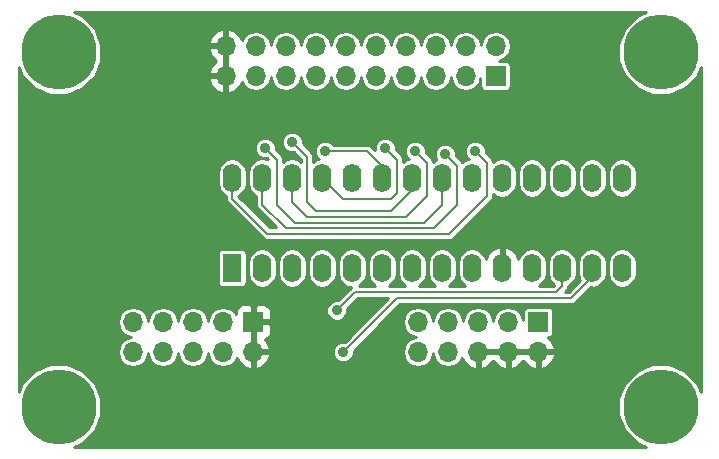
<source format=gbr>
G04 #@! TF.FileFunction,Copper,L2,Bot,Signal*
%FSLAX46Y46*%
G04 Gerber Fmt 4.6, Leading zero omitted, Abs format (unit mm)*
G04 Created by KiCad (PCBNEW 4.0.5) date 05/28/17 11:37:27*
%MOMM*%
%LPD*%
G01*
G04 APERTURE LIST*
%ADD10C,0.150000*%
%ADD11C,6.350000*%
%ADD12R,1.700000X1.700000*%
%ADD13O,1.700000X1.700000*%
%ADD14R,1.600000X2.400000*%
%ADD15O,1.600000X2.400000*%
%ADD16C,0.889000*%
%ADD17C,0.203200*%
%ADD18C,0.254000*%
G04 APERTURE END LIST*
D10*
D11*
X55000000Y-34000000D03*
D12*
X41000000Y-6000000D03*
D13*
X41000000Y-3460000D03*
X38460000Y-6000000D03*
X38460000Y-3460000D03*
X35920000Y-6000000D03*
X35920000Y-3460000D03*
X33380000Y-6000000D03*
X33380000Y-3460000D03*
X30840000Y-6000000D03*
X30840000Y-3460000D03*
X28300000Y-6000000D03*
X28300000Y-3460000D03*
X25760000Y-6000000D03*
X25760000Y-3460000D03*
X23220000Y-6000000D03*
X23220000Y-3460000D03*
X20680000Y-6000000D03*
X20680000Y-3460000D03*
X18140000Y-6000000D03*
X18140000Y-3460000D03*
D11*
X55000000Y-4000000D03*
X4000000Y-4000000D03*
X4000000Y-34000000D03*
D12*
X44610000Y-26830000D03*
D13*
X44610000Y-29370000D03*
X42070000Y-26830000D03*
X42070000Y-29370000D03*
X39530000Y-26830000D03*
X39530000Y-29370000D03*
X36990000Y-26830000D03*
X36990000Y-29370000D03*
X34450000Y-26830000D03*
X34450000Y-29370000D03*
D14*
X18702000Y-22258000D03*
D15*
X51722000Y-14638000D03*
X21242000Y-22258000D03*
X49182000Y-14638000D03*
X23782000Y-22258000D03*
X46642000Y-14638000D03*
X26322000Y-22258000D03*
X44102000Y-14638000D03*
X28862000Y-22258000D03*
X41562000Y-14638000D03*
X31402000Y-22258000D03*
X39022000Y-14638000D03*
X33942000Y-22258000D03*
X36482000Y-14638000D03*
X36482000Y-22258000D03*
X33942000Y-14638000D03*
X39022000Y-22258000D03*
X31402000Y-14638000D03*
X41562000Y-22258000D03*
X28862000Y-14638000D03*
X44102000Y-22258000D03*
X26322000Y-14638000D03*
X46642000Y-22258000D03*
X23782000Y-14638000D03*
X49182000Y-22258000D03*
X21242000Y-14638000D03*
X51722000Y-22258000D03*
X18702000Y-14638000D03*
D12*
X20480000Y-26830000D03*
D13*
X20480000Y-29370000D03*
X17940000Y-26830000D03*
X17940000Y-29370000D03*
X15400000Y-26830000D03*
X15400000Y-29370000D03*
X12860000Y-26830000D03*
X12860000Y-29370000D03*
X10320000Y-26830000D03*
X10320000Y-29370000D03*
D16*
X26576000Y-12352000D03*
X23782000Y-11590000D03*
X21496000Y-12098000D03*
X28100000Y-29370000D03*
X27550000Y-25856000D03*
X39276000Y-12352000D03*
X36736000Y-12606000D03*
X34196000Y-12352000D03*
X31656000Y-12098000D03*
D17*
X28300000Y-6000000D02*
X28300000Y-6710000D01*
X28862000Y-14638000D02*
X28862000Y-14130000D01*
X30132000Y-12352000D02*
X26576000Y-12352000D01*
X31402000Y-13622000D02*
X30132000Y-12352000D01*
X31402000Y-14638000D02*
X31402000Y-13622000D01*
X25052000Y-12860000D02*
X23782000Y-11590000D01*
X25052000Y-16670000D02*
X25052000Y-12860000D01*
X25814000Y-17432000D02*
X25052000Y-16670000D01*
X32164000Y-17432000D02*
X25814000Y-17432000D01*
X33942000Y-15654000D02*
X32164000Y-17432000D01*
X33942000Y-14638000D02*
X33942000Y-15654000D01*
X22512000Y-13114000D02*
X22512000Y-16924000D01*
X34958000Y-18448000D02*
X36482000Y-16924000D01*
X24036000Y-18448000D02*
X34958000Y-18448000D01*
X22512000Y-16924000D02*
X24036000Y-18448000D01*
X36482000Y-16924000D02*
X36482000Y-14638000D01*
X22512000Y-13114000D02*
X21496000Y-12098000D01*
X36482000Y-14638000D02*
X36482000Y-16924000D01*
X49182000Y-22258000D02*
X49182000Y-23020000D01*
X49182000Y-23020000D02*
X47404000Y-24798000D01*
X32672000Y-24798000D02*
X28100000Y-29370000D01*
X47404000Y-24798000D02*
X32672000Y-24798000D01*
X29878000Y-24290000D02*
X46134000Y-24290000D01*
X29116000Y-24290000D02*
X29878000Y-24290000D01*
X46134000Y-24290000D02*
X46642000Y-23782000D01*
X29116000Y-24290000D02*
X29878000Y-24290000D01*
X27550000Y-25856000D02*
X29116000Y-24290000D01*
X46642000Y-23782000D02*
X46642000Y-22258000D01*
X18702000Y-14638000D02*
X18702000Y-16416000D01*
X37091596Y-19362404D02*
X40292000Y-16162000D01*
X21648404Y-19362404D02*
X37091596Y-19362404D01*
X18702000Y-16416000D02*
X21648404Y-19362404D01*
X40292000Y-16162000D02*
X40292000Y-13368000D01*
X40292000Y-13368000D02*
X39276000Y-12352000D01*
X40292000Y-13368000D02*
X39276000Y-12352000D01*
X21242000Y-14638000D02*
X21242000Y-16924000D01*
X35770798Y-18905202D02*
X37752000Y-16924000D01*
X23223202Y-18905202D02*
X35770798Y-18905202D01*
X21242000Y-16924000D02*
X23223202Y-18905202D01*
X37752000Y-16924000D02*
X37752000Y-13622000D01*
X36736000Y-12606000D02*
X37752000Y-13622000D01*
X35212000Y-14892000D02*
X35212000Y-13876000D01*
X34196000Y-12352000D02*
X35212000Y-13368000D01*
X35212000Y-13368000D02*
X35212000Y-13876000D01*
X35212000Y-16162000D02*
X33434000Y-17940000D01*
X33434000Y-17940000D02*
X25052000Y-17940000D01*
X25052000Y-17940000D02*
X23782000Y-16670000D01*
X23782000Y-16670000D02*
X23782000Y-14638000D01*
X35212000Y-14892000D02*
X35212000Y-16162000D01*
X32672000Y-14892000D02*
X32672000Y-14130000D01*
X31656000Y-12098000D02*
X32672000Y-13114000D01*
X32672000Y-13114000D02*
X32672000Y-14130000D01*
X32672000Y-15908000D02*
X32164000Y-16416000D01*
X32164000Y-16416000D02*
X28100000Y-16416000D01*
X28100000Y-16416000D02*
X26322000Y-14638000D01*
X32672000Y-14892000D02*
X32672000Y-15908000D01*
D18*
G36*
X52959581Y-940521D02*
X51944087Y-1954245D01*
X51393828Y-3279416D01*
X51392576Y-4714289D01*
X51940521Y-6040419D01*
X52954245Y-7055913D01*
X54279416Y-7606172D01*
X55714289Y-7607424D01*
X57040419Y-7059479D01*
X58055913Y-6045755D01*
X58377700Y-5270806D01*
X58377700Y-32729736D01*
X58059479Y-31959581D01*
X57045755Y-30944087D01*
X55720584Y-30393828D01*
X54285711Y-30392576D01*
X52959581Y-30940521D01*
X51944087Y-31954245D01*
X51393828Y-33279416D01*
X51392576Y-34714289D01*
X51940521Y-36040419D01*
X52954245Y-37055913D01*
X53729194Y-37377700D01*
X5270264Y-37377700D01*
X6040419Y-37059479D01*
X7055913Y-36045755D01*
X7606172Y-34720584D01*
X7607424Y-33285711D01*
X7059479Y-31959581D01*
X6045755Y-30944087D01*
X4720584Y-30393828D01*
X3285711Y-30392576D01*
X1959581Y-30940521D01*
X944087Y-31954245D01*
X622300Y-32729194D01*
X622300Y-26804888D01*
X9038200Y-26804888D01*
X9038200Y-26855112D01*
X9135771Y-27345636D01*
X9413631Y-27761481D01*
X9829476Y-28039341D01*
X10134430Y-28100000D01*
X9829476Y-28160659D01*
X9413631Y-28438519D01*
X9135771Y-28854364D01*
X9038200Y-29344888D01*
X9038200Y-29395112D01*
X9135771Y-29885636D01*
X9413631Y-30301481D01*
X9829476Y-30579341D01*
X10320000Y-30676912D01*
X10810524Y-30579341D01*
X11226369Y-30301481D01*
X11504229Y-29885636D01*
X11590000Y-29454435D01*
X11675771Y-29885636D01*
X11953631Y-30301481D01*
X12369476Y-30579341D01*
X12860000Y-30676912D01*
X13350524Y-30579341D01*
X13766369Y-30301481D01*
X14044229Y-29885636D01*
X14130000Y-29454435D01*
X14215771Y-29885636D01*
X14493631Y-30301481D01*
X14909476Y-30579341D01*
X15400000Y-30676912D01*
X15890524Y-30579341D01*
X16306369Y-30301481D01*
X16584229Y-29885636D01*
X16670000Y-29454435D01*
X16755771Y-29885636D01*
X17033631Y-30301481D01*
X17449476Y-30579341D01*
X17940000Y-30676912D01*
X18430524Y-30579341D01*
X18846369Y-30301481D01*
X19117673Y-29895448D01*
X19284817Y-30251358D01*
X19713076Y-30641645D01*
X20123110Y-30811476D01*
X20353000Y-30690155D01*
X20353000Y-29497000D01*
X20607000Y-29497000D01*
X20607000Y-30690155D01*
X20836890Y-30811476D01*
X21246924Y-30641645D01*
X21675183Y-30251358D01*
X21921486Y-29726892D01*
X21800819Y-29497000D01*
X20607000Y-29497000D01*
X20353000Y-29497000D01*
X20333000Y-29497000D01*
X20333000Y-29243000D01*
X20353000Y-29243000D01*
X20353000Y-26957000D01*
X20607000Y-26957000D01*
X20607000Y-29243000D01*
X21800819Y-29243000D01*
X21921486Y-29013108D01*
X21675183Y-28488642D01*
X21475792Y-28306930D01*
X21689699Y-28218327D01*
X21868327Y-28039698D01*
X21965000Y-27806309D01*
X21965000Y-27115750D01*
X21806250Y-26957000D01*
X20607000Y-26957000D01*
X20353000Y-26957000D01*
X20333000Y-26957000D01*
X20333000Y-26703000D01*
X20353000Y-26703000D01*
X20353000Y-25503750D01*
X20607000Y-25503750D01*
X20607000Y-26703000D01*
X21806250Y-26703000D01*
X21965000Y-26544250D01*
X21965000Y-26029542D01*
X26673548Y-26029542D01*
X26806676Y-26351736D01*
X27052968Y-26598458D01*
X27374928Y-26732148D01*
X27723542Y-26732452D01*
X28045736Y-26599324D01*
X28292458Y-26353032D01*
X28426148Y-26031072D01*
X28426407Y-25733935D01*
X29336941Y-24823400D01*
X31892259Y-24823400D01*
X28221853Y-28493806D01*
X27926458Y-28493548D01*
X27604264Y-28626676D01*
X27357542Y-28872968D01*
X27223852Y-29194928D01*
X27223548Y-29543542D01*
X27356676Y-29865736D01*
X27602968Y-30112458D01*
X27924928Y-30246148D01*
X28273542Y-30246452D01*
X28595736Y-30113324D01*
X28842458Y-29867032D01*
X28976148Y-29545072D01*
X28976407Y-29247935D01*
X31419453Y-26804888D01*
X33168200Y-26804888D01*
X33168200Y-26855112D01*
X33265771Y-27345636D01*
X33543631Y-27761481D01*
X33959476Y-28039341D01*
X34264430Y-28100000D01*
X33959476Y-28160659D01*
X33543631Y-28438519D01*
X33265771Y-28854364D01*
X33168200Y-29344888D01*
X33168200Y-29395112D01*
X33265771Y-29885636D01*
X33543631Y-30301481D01*
X33959476Y-30579341D01*
X34450000Y-30676912D01*
X34940524Y-30579341D01*
X35356369Y-30301481D01*
X35634229Y-29885636D01*
X35720000Y-29454435D01*
X35805771Y-29885636D01*
X36083631Y-30301481D01*
X36499476Y-30579341D01*
X36990000Y-30676912D01*
X37480524Y-30579341D01*
X37896369Y-30301481D01*
X38167673Y-29895448D01*
X38334817Y-30251358D01*
X38763076Y-30641645D01*
X39173110Y-30811476D01*
X39403000Y-30690155D01*
X39403000Y-29497000D01*
X39657000Y-29497000D01*
X39657000Y-30690155D01*
X39886890Y-30811476D01*
X40296924Y-30641645D01*
X40725183Y-30251358D01*
X40800000Y-30092046D01*
X40874817Y-30251358D01*
X41303076Y-30641645D01*
X41713110Y-30811476D01*
X41943000Y-30690155D01*
X41943000Y-29497000D01*
X42197000Y-29497000D01*
X42197000Y-30690155D01*
X42426890Y-30811476D01*
X42836924Y-30641645D01*
X43265183Y-30251358D01*
X43340000Y-30092046D01*
X43414817Y-30251358D01*
X43843076Y-30641645D01*
X44253110Y-30811476D01*
X44483000Y-30690155D01*
X44483000Y-29497000D01*
X44737000Y-29497000D01*
X44737000Y-30690155D01*
X44966890Y-30811476D01*
X45376924Y-30641645D01*
X45805183Y-30251358D01*
X46051486Y-29726892D01*
X45930819Y-29497000D01*
X44737000Y-29497000D01*
X44483000Y-29497000D01*
X42197000Y-29497000D01*
X41943000Y-29497000D01*
X39657000Y-29497000D01*
X39403000Y-29497000D01*
X39383000Y-29497000D01*
X39383000Y-29243000D01*
X39403000Y-29243000D01*
X39403000Y-29223000D01*
X39657000Y-29223000D01*
X39657000Y-29243000D01*
X41943000Y-29243000D01*
X41943000Y-29223000D01*
X42197000Y-29223000D01*
X42197000Y-29243000D01*
X44483000Y-29243000D01*
X44483000Y-29223000D01*
X44737000Y-29223000D01*
X44737000Y-29243000D01*
X45930819Y-29243000D01*
X46051486Y-29013108D01*
X45805183Y-28488642D01*
X45400959Y-28120259D01*
X45460000Y-28120259D01*
X45620015Y-28090150D01*
X45766980Y-27995581D01*
X45865573Y-27851285D01*
X45900259Y-27680000D01*
X45900259Y-25980000D01*
X45870150Y-25819985D01*
X45775581Y-25673020D01*
X45631285Y-25574427D01*
X45460000Y-25539741D01*
X43760000Y-25539741D01*
X43599985Y-25569850D01*
X43453020Y-25664419D01*
X43354427Y-25808715D01*
X43319741Y-25980000D01*
X43319741Y-26643716D01*
X43254229Y-26314364D01*
X42976369Y-25898519D01*
X42560524Y-25620659D01*
X42070000Y-25523088D01*
X41579476Y-25620659D01*
X41163631Y-25898519D01*
X40885771Y-26314364D01*
X40800000Y-26745565D01*
X40714229Y-26314364D01*
X40436369Y-25898519D01*
X40020524Y-25620659D01*
X39530000Y-25523088D01*
X39039476Y-25620659D01*
X38623631Y-25898519D01*
X38345771Y-26314364D01*
X38260000Y-26745565D01*
X38174229Y-26314364D01*
X37896369Y-25898519D01*
X37480524Y-25620659D01*
X36990000Y-25523088D01*
X36499476Y-25620659D01*
X36083631Y-25898519D01*
X35805771Y-26314364D01*
X35720000Y-26745565D01*
X35634229Y-26314364D01*
X35356369Y-25898519D01*
X34940524Y-25620659D01*
X34450000Y-25523088D01*
X33959476Y-25620659D01*
X33543631Y-25898519D01*
X33265771Y-26314364D01*
X33168200Y-26804888D01*
X31419453Y-26804888D01*
X32892941Y-25331400D01*
X47404000Y-25331400D01*
X47608123Y-25290797D01*
X47781171Y-25175171D01*
X49059033Y-23897309D01*
X49182000Y-23921769D01*
X49653389Y-23828004D01*
X50053014Y-23560983D01*
X50320035Y-23161358D01*
X50413800Y-22689969D01*
X50413800Y-21826031D01*
X50490200Y-21826031D01*
X50490200Y-22689969D01*
X50583965Y-23161358D01*
X50850986Y-23560983D01*
X51250611Y-23828004D01*
X51722000Y-23921769D01*
X52193389Y-23828004D01*
X52593014Y-23560983D01*
X52860035Y-23161358D01*
X52953800Y-22689969D01*
X52953800Y-21826031D01*
X52860035Y-21354642D01*
X52593014Y-20955017D01*
X52193389Y-20687996D01*
X51722000Y-20594231D01*
X51250611Y-20687996D01*
X50850986Y-20955017D01*
X50583965Y-21354642D01*
X50490200Y-21826031D01*
X50413800Y-21826031D01*
X50320035Y-21354642D01*
X50053014Y-20955017D01*
X49653389Y-20687996D01*
X49182000Y-20594231D01*
X48710611Y-20687996D01*
X48310986Y-20955017D01*
X48043965Y-21354642D01*
X47950200Y-21826031D01*
X47950200Y-22689969D01*
X48043965Y-23161358D01*
X48141031Y-23306627D01*
X47183058Y-24264600D01*
X46913741Y-24264600D01*
X47019168Y-24159173D01*
X47019171Y-24159171D01*
X47103898Y-24032367D01*
X47134797Y-23986124D01*
X47174352Y-23787270D01*
X47513014Y-23560983D01*
X47780035Y-23161358D01*
X47873800Y-22689969D01*
X47873800Y-21826031D01*
X47780035Y-21354642D01*
X47513014Y-20955017D01*
X47113389Y-20687996D01*
X46642000Y-20594231D01*
X46170611Y-20687996D01*
X45770986Y-20955017D01*
X45503965Y-21354642D01*
X45410200Y-21826031D01*
X45410200Y-22689969D01*
X45503965Y-23161358D01*
X45770986Y-23560983D01*
X45973416Y-23696242D01*
X45913058Y-23756600D01*
X44680253Y-23756600D01*
X44973014Y-23560983D01*
X45240035Y-23161358D01*
X45333800Y-22689969D01*
X45333800Y-21826031D01*
X45240035Y-21354642D01*
X44973014Y-20955017D01*
X44573389Y-20687996D01*
X44102000Y-20594231D01*
X43630611Y-20687996D01*
X43230986Y-20955017D01*
X42963965Y-21354642D01*
X42932771Y-21511464D01*
X42839166Y-21191517D01*
X42486896Y-20753500D01*
X41993819Y-20483633D01*
X41911039Y-20466096D01*
X41689000Y-20588085D01*
X41689000Y-22131000D01*
X41709000Y-22131000D01*
X41709000Y-22385000D01*
X41689000Y-22385000D01*
X41689000Y-22405000D01*
X41435000Y-22405000D01*
X41435000Y-22385000D01*
X41415000Y-22385000D01*
X41415000Y-22131000D01*
X41435000Y-22131000D01*
X41435000Y-20588085D01*
X41212961Y-20466096D01*
X41130181Y-20483633D01*
X40637104Y-20753500D01*
X40284834Y-21191517D01*
X40191229Y-21511464D01*
X40160035Y-21354642D01*
X39893014Y-20955017D01*
X39493389Y-20687996D01*
X39022000Y-20594231D01*
X38550611Y-20687996D01*
X38150986Y-20955017D01*
X37883965Y-21354642D01*
X37790200Y-21826031D01*
X37790200Y-22689969D01*
X37883965Y-23161358D01*
X38150986Y-23560983D01*
X38443747Y-23756600D01*
X37060253Y-23756600D01*
X37353014Y-23560983D01*
X37620035Y-23161358D01*
X37713800Y-22689969D01*
X37713800Y-21826031D01*
X37620035Y-21354642D01*
X37353014Y-20955017D01*
X36953389Y-20687996D01*
X36482000Y-20594231D01*
X36010611Y-20687996D01*
X35610986Y-20955017D01*
X35343965Y-21354642D01*
X35250200Y-21826031D01*
X35250200Y-22689969D01*
X35343965Y-23161358D01*
X35610986Y-23560983D01*
X35903747Y-23756600D01*
X34520253Y-23756600D01*
X34813014Y-23560983D01*
X35080035Y-23161358D01*
X35173800Y-22689969D01*
X35173800Y-21826031D01*
X35080035Y-21354642D01*
X34813014Y-20955017D01*
X34413389Y-20687996D01*
X33942000Y-20594231D01*
X33470611Y-20687996D01*
X33070986Y-20955017D01*
X32803965Y-21354642D01*
X32710200Y-21826031D01*
X32710200Y-22689969D01*
X32803965Y-23161358D01*
X33070986Y-23560983D01*
X33363747Y-23756600D01*
X31980253Y-23756600D01*
X32273014Y-23560983D01*
X32540035Y-23161358D01*
X32633800Y-22689969D01*
X32633800Y-21826031D01*
X32540035Y-21354642D01*
X32273014Y-20955017D01*
X31873389Y-20687996D01*
X31402000Y-20594231D01*
X30930611Y-20687996D01*
X30530986Y-20955017D01*
X30263965Y-21354642D01*
X30170200Y-21826031D01*
X30170200Y-22689969D01*
X30263965Y-23161358D01*
X30530986Y-23560983D01*
X30823747Y-23756600D01*
X29440253Y-23756600D01*
X29733014Y-23560983D01*
X30000035Y-23161358D01*
X30093800Y-22689969D01*
X30093800Y-21826031D01*
X30000035Y-21354642D01*
X29733014Y-20955017D01*
X29333389Y-20687996D01*
X28862000Y-20594231D01*
X28390611Y-20687996D01*
X27990986Y-20955017D01*
X27723965Y-21354642D01*
X27630200Y-21826031D01*
X27630200Y-22689969D01*
X27723965Y-23161358D01*
X27990986Y-23560983D01*
X28390611Y-23828004D01*
X28756774Y-23900838D01*
X28738829Y-23912829D01*
X28738827Y-23912832D01*
X27671853Y-24979806D01*
X27376458Y-24979548D01*
X27054264Y-25112676D01*
X26807542Y-25358968D01*
X26673852Y-25680928D01*
X26673548Y-26029542D01*
X21965000Y-26029542D01*
X21965000Y-25853691D01*
X21868327Y-25620302D01*
X21689699Y-25441673D01*
X21456310Y-25345000D01*
X20765750Y-25345000D01*
X20607000Y-25503750D01*
X20353000Y-25503750D01*
X20194250Y-25345000D01*
X19503690Y-25345000D01*
X19270301Y-25441673D01*
X19091673Y-25620302D01*
X18995000Y-25853691D01*
X18995000Y-26120960D01*
X18846369Y-25898519D01*
X18430524Y-25620659D01*
X17940000Y-25523088D01*
X17449476Y-25620659D01*
X17033631Y-25898519D01*
X16755771Y-26314364D01*
X16670000Y-26745565D01*
X16584229Y-26314364D01*
X16306369Y-25898519D01*
X15890524Y-25620659D01*
X15400000Y-25523088D01*
X14909476Y-25620659D01*
X14493631Y-25898519D01*
X14215771Y-26314364D01*
X14130000Y-26745565D01*
X14044229Y-26314364D01*
X13766369Y-25898519D01*
X13350524Y-25620659D01*
X12860000Y-25523088D01*
X12369476Y-25620659D01*
X11953631Y-25898519D01*
X11675771Y-26314364D01*
X11590000Y-26745565D01*
X11504229Y-26314364D01*
X11226369Y-25898519D01*
X10810524Y-25620659D01*
X10320000Y-25523088D01*
X9829476Y-25620659D01*
X9413631Y-25898519D01*
X9135771Y-26314364D01*
X9038200Y-26804888D01*
X622300Y-26804888D01*
X622300Y-21058000D01*
X17461741Y-21058000D01*
X17461741Y-23458000D01*
X17491850Y-23618015D01*
X17586419Y-23764980D01*
X17730715Y-23863573D01*
X17902000Y-23898259D01*
X19502000Y-23898259D01*
X19662015Y-23868150D01*
X19808980Y-23773581D01*
X19907573Y-23629285D01*
X19942259Y-23458000D01*
X19942259Y-21826031D01*
X20010200Y-21826031D01*
X20010200Y-22689969D01*
X20103965Y-23161358D01*
X20370986Y-23560983D01*
X20770611Y-23828004D01*
X21242000Y-23921769D01*
X21713389Y-23828004D01*
X22113014Y-23560983D01*
X22380035Y-23161358D01*
X22473800Y-22689969D01*
X22473800Y-21826031D01*
X22550200Y-21826031D01*
X22550200Y-22689969D01*
X22643965Y-23161358D01*
X22910986Y-23560983D01*
X23310611Y-23828004D01*
X23782000Y-23921769D01*
X24253389Y-23828004D01*
X24653014Y-23560983D01*
X24920035Y-23161358D01*
X25013800Y-22689969D01*
X25013800Y-21826031D01*
X25090200Y-21826031D01*
X25090200Y-22689969D01*
X25183965Y-23161358D01*
X25450986Y-23560983D01*
X25850611Y-23828004D01*
X26322000Y-23921769D01*
X26793389Y-23828004D01*
X27193014Y-23560983D01*
X27460035Y-23161358D01*
X27553800Y-22689969D01*
X27553800Y-21826031D01*
X27460035Y-21354642D01*
X27193014Y-20955017D01*
X26793389Y-20687996D01*
X26322000Y-20594231D01*
X25850611Y-20687996D01*
X25450986Y-20955017D01*
X25183965Y-21354642D01*
X25090200Y-21826031D01*
X25013800Y-21826031D01*
X24920035Y-21354642D01*
X24653014Y-20955017D01*
X24253389Y-20687996D01*
X23782000Y-20594231D01*
X23310611Y-20687996D01*
X22910986Y-20955017D01*
X22643965Y-21354642D01*
X22550200Y-21826031D01*
X22473800Y-21826031D01*
X22380035Y-21354642D01*
X22113014Y-20955017D01*
X21713389Y-20687996D01*
X21242000Y-20594231D01*
X20770611Y-20687996D01*
X20370986Y-20955017D01*
X20103965Y-21354642D01*
X20010200Y-21826031D01*
X19942259Y-21826031D01*
X19942259Y-21058000D01*
X19912150Y-20897985D01*
X19817581Y-20751020D01*
X19673285Y-20652427D01*
X19502000Y-20617741D01*
X17902000Y-20617741D01*
X17741985Y-20647850D01*
X17595020Y-20742419D01*
X17496427Y-20886715D01*
X17461741Y-21058000D01*
X622300Y-21058000D01*
X622300Y-14206031D01*
X17470200Y-14206031D01*
X17470200Y-15069969D01*
X17563965Y-15541358D01*
X17830986Y-15940983D01*
X18168600Y-16166570D01*
X18168600Y-16416000D01*
X18209203Y-16620123D01*
X18324829Y-16793171D01*
X21271231Y-19739572D01*
X21271233Y-19739575D01*
X21374967Y-19808888D01*
X21444280Y-19855201D01*
X21648404Y-19895804D01*
X37091596Y-19895804D01*
X37295719Y-19855201D01*
X37468767Y-19739575D01*
X40669171Y-16539171D01*
X40784797Y-16366123D01*
X40825401Y-16162000D01*
X40825400Y-16161995D01*
X40825400Y-16030796D01*
X41090611Y-16208004D01*
X41562000Y-16301769D01*
X42033389Y-16208004D01*
X42433014Y-15940983D01*
X42700035Y-15541358D01*
X42793800Y-15069969D01*
X42793800Y-14206031D01*
X42870200Y-14206031D01*
X42870200Y-15069969D01*
X42963965Y-15541358D01*
X43230986Y-15940983D01*
X43630611Y-16208004D01*
X44102000Y-16301769D01*
X44573389Y-16208004D01*
X44973014Y-15940983D01*
X45240035Y-15541358D01*
X45333800Y-15069969D01*
X45333800Y-14206031D01*
X45410200Y-14206031D01*
X45410200Y-15069969D01*
X45503965Y-15541358D01*
X45770986Y-15940983D01*
X46170611Y-16208004D01*
X46642000Y-16301769D01*
X47113389Y-16208004D01*
X47513014Y-15940983D01*
X47780035Y-15541358D01*
X47873800Y-15069969D01*
X47873800Y-14206031D01*
X47950200Y-14206031D01*
X47950200Y-15069969D01*
X48043965Y-15541358D01*
X48310986Y-15940983D01*
X48710611Y-16208004D01*
X49182000Y-16301769D01*
X49653389Y-16208004D01*
X50053014Y-15940983D01*
X50320035Y-15541358D01*
X50413800Y-15069969D01*
X50413800Y-14206031D01*
X50490200Y-14206031D01*
X50490200Y-15069969D01*
X50583965Y-15541358D01*
X50850986Y-15940983D01*
X51250611Y-16208004D01*
X51722000Y-16301769D01*
X52193389Y-16208004D01*
X52593014Y-15940983D01*
X52860035Y-15541358D01*
X52953800Y-15069969D01*
X52953800Y-14206031D01*
X52860035Y-13734642D01*
X52593014Y-13335017D01*
X52193389Y-13067996D01*
X51722000Y-12974231D01*
X51250611Y-13067996D01*
X50850986Y-13335017D01*
X50583965Y-13734642D01*
X50490200Y-14206031D01*
X50413800Y-14206031D01*
X50320035Y-13734642D01*
X50053014Y-13335017D01*
X49653389Y-13067996D01*
X49182000Y-12974231D01*
X48710611Y-13067996D01*
X48310986Y-13335017D01*
X48043965Y-13734642D01*
X47950200Y-14206031D01*
X47873800Y-14206031D01*
X47780035Y-13734642D01*
X47513014Y-13335017D01*
X47113389Y-13067996D01*
X46642000Y-12974231D01*
X46170611Y-13067996D01*
X45770986Y-13335017D01*
X45503965Y-13734642D01*
X45410200Y-14206031D01*
X45333800Y-14206031D01*
X45240035Y-13734642D01*
X44973014Y-13335017D01*
X44573389Y-13067996D01*
X44102000Y-12974231D01*
X43630611Y-13067996D01*
X43230986Y-13335017D01*
X42963965Y-13734642D01*
X42870200Y-14206031D01*
X42793800Y-14206031D01*
X42700035Y-13734642D01*
X42433014Y-13335017D01*
X42033389Y-13067996D01*
X41562000Y-12974231D01*
X41090611Y-13067996D01*
X40803840Y-13259610D01*
X40784797Y-13163877D01*
X40669171Y-12990829D01*
X40152194Y-12473852D01*
X40152452Y-12178458D01*
X40019324Y-11856264D01*
X39773032Y-11609542D01*
X39451072Y-11475852D01*
X39102458Y-11475548D01*
X38780264Y-11608676D01*
X38533542Y-11854968D01*
X38399852Y-12176928D01*
X38399548Y-12525542D01*
X38532676Y-12847736D01*
X38719097Y-13034482D01*
X38550611Y-13067996D01*
X38177566Y-13317257D01*
X38129171Y-13244829D01*
X37612194Y-12727852D01*
X37612452Y-12432458D01*
X37479324Y-12110264D01*
X37233032Y-11863542D01*
X36911072Y-11729852D01*
X36562458Y-11729548D01*
X36240264Y-11862676D01*
X35993542Y-12108968D01*
X35859852Y-12430928D01*
X35859548Y-12779542D01*
X35985631Y-13084687D01*
X35723840Y-13259610D01*
X35704797Y-13163877D01*
X35589171Y-12990829D01*
X35072194Y-12473852D01*
X35072452Y-12178458D01*
X34939324Y-11856264D01*
X34693032Y-11609542D01*
X34371072Y-11475852D01*
X34022458Y-11475548D01*
X33700264Y-11608676D01*
X33453542Y-11854968D01*
X33319852Y-12176928D01*
X33319548Y-12525542D01*
X33452676Y-12847736D01*
X33639097Y-13034482D01*
X33470611Y-13067996D01*
X33205400Y-13245204D01*
X33205400Y-13114000D01*
X33164797Y-12909877D01*
X33049171Y-12736829D01*
X32532194Y-12219852D01*
X32532452Y-11924458D01*
X32399324Y-11602264D01*
X32153032Y-11355542D01*
X31831072Y-11221852D01*
X31482458Y-11221548D01*
X31160264Y-11354676D01*
X30913542Y-11600968D01*
X30779852Y-11922928D01*
X30779571Y-12245229D01*
X30509171Y-11974829D01*
X30336123Y-11859203D01*
X30132000Y-11818600D01*
X27281726Y-11818600D01*
X27073032Y-11609542D01*
X26751072Y-11475852D01*
X26402458Y-11475548D01*
X26080264Y-11608676D01*
X25833542Y-11854968D01*
X25699852Y-12176928D01*
X25699548Y-12525542D01*
X25832676Y-12847736D01*
X26019097Y-13034482D01*
X25850611Y-13067996D01*
X25585400Y-13245204D01*
X25585400Y-12860000D01*
X25544797Y-12655877D01*
X25544797Y-12655876D01*
X25429171Y-12482829D01*
X24658194Y-11711852D01*
X24658452Y-11416458D01*
X24525324Y-11094264D01*
X24279032Y-10847542D01*
X23957072Y-10713852D01*
X23608458Y-10713548D01*
X23286264Y-10846676D01*
X23039542Y-11092968D01*
X22905852Y-11414928D01*
X22905548Y-11763542D01*
X23038676Y-12085736D01*
X23284968Y-12332458D01*
X23606928Y-12466148D01*
X23904065Y-12466407D01*
X24518600Y-13080942D01*
X24518600Y-13245204D01*
X24253389Y-13067996D01*
X23782000Y-12974231D01*
X23310611Y-13067996D01*
X23045400Y-13245204D01*
X23045400Y-13114000D01*
X23004797Y-12909877D01*
X22889171Y-12736829D01*
X22372194Y-12219852D01*
X22372452Y-11924458D01*
X22239324Y-11602264D01*
X21993032Y-11355542D01*
X21671072Y-11221852D01*
X21322458Y-11221548D01*
X21000264Y-11354676D01*
X20753542Y-11600968D01*
X20619852Y-11922928D01*
X20619548Y-12271542D01*
X20752676Y-12593736D01*
X20998968Y-12840458D01*
X21320928Y-12974148D01*
X21618065Y-12974407D01*
X21711223Y-13067565D01*
X21242000Y-12974231D01*
X20770611Y-13067996D01*
X20370986Y-13335017D01*
X20103965Y-13734642D01*
X20010200Y-14206031D01*
X20010200Y-15069969D01*
X20103965Y-15541358D01*
X20370986Y-15940983D01*
X20708600Y-16166570D01*
X20708600Y-16924000D01*
X20749203Y-17128123D01*
X20864829Y-17301171D01*
X22392662Y-18829004D01*
X21869345Y-18829004D01*
X19235400Y-16195058D01*
X19235400Y-16166570D01*
X19573014Y-15940983D01*
X19840035Y-15541358D01*
X19933800Y-15069969D01*
X19933800Y-14206031D01*
X19840035Y-13734642D01*
X19573014Y-13335017D01*
X19173389Y-13067996D01*
X18702000Y-12974231D01*
X18230611Y-13067996D01*
X17830986Y-13335017D01*
X17563965Y-13734642D01*
X17470200Y-14206031D01*
X622300Y-14206031D01*
X622300Y-5270264D01*
X940521Y-6040419D01*
X1954245Y-7055913D01*
X3279416Y-7606172D01*
X4714289Y-7607424D01*
X6040419Y-7059479D01*
X6744232Y-6356892D01*
X16698514Y-6356892D01*
X16944817Y-6881358D01*
X17373076Y-7271645D01*
X17783110Y-7441476D01*
X18013000Y-7320155D01*
X18013000Y-6127000D01*
X16819181Y-6127000D01*
X16698514Y-6356892D01*
X6744232Y-6356892D01*
X7055913Y-6045755D01*
X7606172Y-4720584D01*
X7606960Y-3816892D01*
X16698514Y-3816892D01*
X16944817Y-4341358D01*
X17371271Y-4730000D01*
X16944817Y-5118642D01*
X16698514Y-5643108D01*
X16819181Y-5873000D01*
X18013000Y-5873000D01*
X18013000Y-3587000D01*
X16819181Y-3587000D01*
X16698514Y-3816892D01*
X7606960Y-3816892D01*
X7607424Y-3285711D01*
X7531975Y-3103108D01*
X16698514Y-3103108D01*
X16819181Y-3333000D01*
X18013000Y-3333000D01*
X18013000Y-2139845D01*
X18267000Y-2139845D01*
X18267000Y-3333000D01*
X18287000Y-3333000D01*
X18287000Y-3587000D01*
X18267000Y-3587000D01*
X18267000Y-5873000D01*
X18287000Y-5873000D01*
X18287000Y-6127000D01*
X18267000Y-6127000D01*
X18267000Y-7320155D01*
X18496890Y-7441476D01*
X18906924Y-7271645D01*
X19335183Y-6881358D01*
X19502327Y-6525448D01*
X19773631Y-6931481D01*
X20189476Y-7209341D01*
X20680000Y-7306912D01*
X21170524Y-7209341D01*
X21586369Y-6931481D01*
X21864229Y-6515636D01*
X21950000Y-6084435D01*
X22035771Y-6515636D01*
X22313631Y-6931481D01*
X22729476Y-7209341D01*
X23220000Y-7306912D01*
X23710524Y-7209341D01*
X24126369Y-6931481D01*
X24404229Y-6515636D01*
X24490000Y-6084435D01*
X24575771Y-6515636D01*
X24853631Y-6931481D01*
X25269476Y-7209341D01*
X25760000Y-7306912D01*
X26250524Y-7209341D01*
X26666369Y-6931481D01*
X26944229Y-6515636D01*
X27030000Y-6084435D01*
X27115771Y-6515636D01*
X27393631Y-6931481D01*
X27809476Y-7209341D01*
X28300000Y-7306912D01*
X28790524Y-7209341D01*
X29206369Y-6931481D01*
X29484229Y-6515636D01*
X29570000Y-6084435D01*
X29655771Y-6515636D01*
X29933631Y-6931481D01*
X30349476Y-7209341D01*
X30840000Y-7306912D01*
X31330524Y-7209341D01*
X31746369Y-6931481D01*
X32024229Y-6515636D01*
X32110000Y-6084435D01*
X32195771Y-6515636D01*
X32473631Y-6931481D01*
X32889476Y-7209341D01*
X33380000Y-7306912D01*
X33870524Y-7209341D01*
X34286369Y-6931481D01*
X34564229Y-6515636D01*
X34650000Y-6084435D01*
X34735771Y-6515636D01*
X35013631Y-6931481D01*
X35429476Y-7209341D01*
X35920000Y-7306912D01*
X36410524Y-7209341D01*
X36826369Y-6931481D01*
X37104229Y-6515636D01*
X37190000Y-6084435D01*
X37275771Y-6515636D01*
X37553631Y-6931481D01*
X37969476Y-7209341D01*
X38460000Y-7306912D01*
X38950524Y-7209341D01*
X39366369Y-6931481D01*
X39644229Y-6515636D01*
X39709741Y-6186284D01*
X39709741Y-6850000D01*
X39739850Y-7010015D01*
X39834419Y-7156980D01*
X39978715Y-7255573D01*
X40150000Y-7290259D01*
X41850000Y-7290259D01*
X42010015Y-7260150D01*
X42156980Y-7165581D01*
X42255573Y-7021285D01*
X42290259Y-6850000D01*
X42290259Y-5150000D01*
X42260150Y-4989985D01*
X42165581Y-4843020D01*
X42021285Y-4744427D01*
X41850000Y-4709741D01*
X41287419Y-4709741D01*
X41490524Y-4669341D01*
X41906369Y-4391481D01*
X42184229Y-3975636D01*
X42281800Y-3485112D01*
X42281800Y-3434888D01*
X42184229Y-2944364D01*
X41906369Y-2528519D01*
X41490524Y-2250659D01*
X41000000Y-2153088D01*
X40509476Y-2250659D01*
X40093631Y-2528519D01*
X39815771Y-2944364D01*
X39730000Y-3375565D01*
X39644229Y-2944364D01*
X39366369Y-2528519D01*
X38950524Y-2250659D01*
X38460000Y-2153088D01*
X37969476Y-2250659D01*
X37553631Y-2528519D01*
X37275771Y-2944364D01*
X37190000Y-3375565D01*
X37104229Y-2944364D01*
X36826369Y-2528519D01*
X36410524Y-2250659D01*
X35920000Y-2153088D01*
X35429476Y-2250659D01*
X35013631Y-2528519D01*
X34735771Y-2944364D01*
X34650000Y-3375565D01*
X34564229Y-2944364D01*
X34286369Y-2528519D01*
X33870524Y-2250659D01*
X33380000Y-2153088D01*
X32889476Y-2250659D01*
X32473631Y-2528519D01*
X32195771Y-2944364D01*
X32110000Y-3375565D01*
X32024229Y-2944364D01*
X31746369Y-2528519D01*
X31330524Y-2250659D01*
X30840000Y-2153088D01*
X30349476Y-2250659D01*
X29933631Y-2528519D01*
X29655771Y-2944364D01*
X29570000Y-3375565D01*
X29484229Y-2944364D01*
X29206369Y-2528519D01*
X28790524Y-2250659D01*
X28300000Y-2153088D01*
X27809476Y-2250659D01*
X27393631Y-2528519D01*
X27115771Y-2944364D01*
X27030000Y-3375565D01*
X26944229Y-2944364D01*
X26666369Y-2528519D01*
X26250524Y-2250659D01*
X25760000Y-2153088D01*
X25269476Y-2250659D01*
X24853631Y-2528519D01*
X24575771Y-2944364D01*
X24490000Y-3375565D01*
X24404229Y-2944364D01*
X24126369Y-2528519D01*
X23710524Y-2250659D01*
X23220000Y-2153088D01*
X22729476Y-2250659D01*
X22313631Y-2528519D01*
X22035771Y-2944364D01*
X21950000Y-3375565D01*
X21864229Y-2944364D01*
X21586369Y-2528519D01*
X21170524Y-2250659D01*
X20680000Y-2153088D01*
X20189476Y-2250659D01*
X19773631Y-2528519D01*
X19502327Y-2934552D01*
X19335183Y-2578642D01*
X18906924Y-2188355D01*
X18496890Y-2018524D01*
X18267000Y-2139845D01*
X18013000Y-2139845D01*
X17783110Y-2018524D01*
X17373076Y-2188355D01*
X16944817Y-2578642D01*
X16698514Y-3103108D01*
X7531975Y-3103108D01*
X7059479Y-1959581D01*
X6045755Y-944087D01*
X5270806Y-622300D01*
X53729736Y-622300D01*
X52959581Y-940521D01*
X52959581Y-940521D01*
G37*
X52959581Y-940521D02*
X51944087Y-1954245D01*
X51393828Y-3279416D01*
X51392576Y-4714289D01*
X51940521Y-6040419D01*
X52954245Y-7055913D01*
X54279416Y-7606172D01*
X55714289Y-7607424D01*
X57040419Y-7059479D01*
X58055913Y-6045755D01*
X58377700Y-5270806D01*
X58377700Y-32729736D01*
X58059479Y-31959581D01*
X57045755Y-30944087D01*
X55720584Y-30393828D01*
X54285711Y-30392576D01*
X52959581Y-30940521D01*
X51944087Y-31954245D01*
X51393828Y-33279416D01*
X51392576Y-34714289D01*
X51940521Y-36040419D01*
X52954245Y-37055913D01*
X53729194Y-37377700D01*
X5270264Y-37377700D01*
X6040419Y-37059479D01*
X7055913Y-36045755D01*
X7606172Y-34720584D01*
X7607424Y-33285711D01*
X7059479Y-31959581D01*
X6045755Y-30944087D01*
X4720584Y-30393828D01*
X3285711Y-30392576D01*
X1959581Y-30940521D01*
X944087Y-31954245D01*
X622300Y-32729194D01*
X622300Y-26804888D01*
X9038200Y-26804888D01*
X9038200Y-26855112D01*
X9135771Y-27345636D01*
X9413631Y-27761481D01*
X9829476Y-28039341D01*
X10134430Y-28100000D01*
X9829476Y-28160659D01*
X9413631Y-28438519D01*
X9135771Y-28854364D01*
X9038200Y-29344888D01*
X9038200Y-29395112D01*
X9135771Y-29885636D01*
X9413631Y-30301481D01*
X9829476Y-30579341D01*
X10320000Y-30676912D01*
X10810524Y-30579341D01*
X11226369Y-30301481D01*
X11504229Y-29885636D01*
X11590000Y-29454435D01*
X11675771Y-29885636D01*
X11953631Y-30301481D01*
X12369476Y-30579341D01*
X12860000Y-30676912D01*
X13350524Y-30579341D01*
X13766369Y-30301481D01*
X14044229Y-29885636D01*
X14130000Y-29454435D01*
X14215771Y-29885636D01*
X14493631Y-30301481D01*
X14909476Y-30579341D01*
X15400000Y-30676912D01*
X15890524Y-30579341D01*
X16306369Y-30301481D01*
X16584229Y-29885636D01*
X16670000Y-29454435D01*
X16755771Y-29885636D01*
X17033631Y-30301481D01*
X17449476Y-30579341D01*
X17940000Y-30676912D01*
X18430524Y-30579341D01*
X18846369Y-30301481D01*
X19117673Y-29895448D01*
X19284817Y-30251358D01*
X19713076Y-30641645D01*
X20123110Y-30811476D01*
X20353000Y-30690155D01*
X20353000Y-29497000D01*
X20607000Y-29497000D01*
X20607000Y-30690155D01*
X20836890Y-30811476D01*
X21246924Y-30641645D01*
X21675183Y-30251358D01*
X21921486Y-29726892D01*
X21800819Y-29497000D01*
X20607000Y-29497000D01*
X20353000Y-29497000D01*
X20333000Y-29497000D01*
X20333000Y-29243000D01*
X20353000Y-29243000D01*
X20353000Y-26957000D01*
X20607000Y-26957000D01*
X20607000Y-29243000D01*
X21800819Y-29243000D01*
X21921486Y-29013108D01*
X21675183Y-28488642D01*
X21475792Y-28306930D01*
X21689699Y-28218327D01*
X21868327Y-28039698D01*
X21965000Y-27806309D01*
X21965000Y-27115750D01*
X21806250Y-26957000D01*
X20607000Y-26957000D01*
X20353000Y-26957000D01*
X20333000Y-26957000D01*
X20333000Y-26703000D01*
X20353000Y-26703000D01*
X20353000Y-25503750D01*
X20607000Y-25503750D01*
X20607000Y-26703000D01*
X21806250Y-26703000D01*
X21965000Y-26544250D01*
X21965000Y-26029542D01*
X26673548Y-26029542D01*
X26806676Y-26351736D01*
X27052968Y-26598458D01*
X27374928Y-26732148D01*
X27723542Y-26732452D01*
X28045736Y-26599324D01*
X28292458Y-26353032D01*
X28426148Y-26031072D01*
X28426407Y-25733935D01*
X29336941Y-24823400D01*
X31892259Y-24823400D01*
X28221853Y-28493806D01*
X27926458Y-28493548D01*
X27604264Y-28626676D01*
X27357542Y-28872968D01*
X27223852Y-29194928D01*
X27223548Y-29543542D01*
X27356676Y-29865736D01*
X27602968Y-30112458D01*
X27924928Y-30246148D01*
X28273542Y-30246452D01*
X28595736Y-30113324D01*
X28842458Y-29867032D01*
X28976148Y-29545072D01*
X28976407Y-29247935D01*
X31419453Y-26804888D01*
X33168200Y-26804888D01*
X33168200Y-26855112D01*
X33265771Y-27345636D01*
X33543631Y-27761481D01*
X33959476Y-28039341D01*
X34264430Y-28100000D01*
X33959476Y-28160659D01*
X33543631Y-28438519D01*
X33265771Y-28854364D01*
X33168200Y-29344888D01*
X33168200Y-29395112D01*
X33265771Y-29885636D01*
X33543631Y-30301481D01*
X33959476Y-30579341D01*
X34450000Y-30676912D01*
X34940524Y-30579341D01*
X35356369Y-30301481D01*
X35634229Y-29885636D01*
X35720000Y-29454435D01*
X35805771Y-29885636D01*
X36083631Y-30301481D01*
X36499476Y-30579341D01*
X36990000Y-30676912D01*
X37480524Y-30579341D01*
X37896369Y-30301481D01*
X38167673Y-29895448D01*
X38334817Y-30251358D01*
X38763076Y-30641645D01*
X39173110Y-30811476D01*
X39403000Y-30690155D01*
X39403000Y-29497000D01*
X39657000Y-29497000D01*
X39657000Y-30690155D01*
X39886890Y-30811476D01*
X40296924Y-30641645D01*
X40725183Y-30251358D01*
X40800000Y-30092046D01*
X40874817Y-30251358D01*
X41303076Y-30641645D01*
X41713110Y-30811476D01*
X41943000Y-30690155D01*
X41943000Y-29497000D01*
X42197000Y-29497000D01*
X42197000Y-30690155D01*
X42426890Y-30811476D01*
X42836924Y-30641645D01*
X43265183Y-30251358D01*
X43340000Y-30092046D01*
X43414817Y-30251358D01*
X43843076Y-30641645D01*
X44253110Y-30811476D01*
X44483000Y-30690155D01*
X44483000Y-29497000D01*
X44737000Y-29497000D01*
X44737000Y-30690155D01*
X44966890Y-30811476D01*
X45376924Y-30641645D01*
X45805183Y-30251358D01*
X46051486Y-29726892D01*
X45930819Y-29497000D01*
X44737000Y-29497000D01*
X44483000Y-29497000D01*
X42197000Y-29497000D01*
X41943000Y-29497000D01*
X39657000Y-29497000D01*
X39403000Y-29497000D01*
X39383000Y-29497000D01*
X39383000Y-29243000D01*
X39403000Y-29243000D01*
X39403000Y-29223000D01*
X39657000Y-29223000D01*
X39657000Y-29243000D01*
X41943000Y-29243000D01*
X41943000Y-29223000D01*
X42197000Y-29223000D01*
X42197000Y-29243000D01*
X44483000Y-29243000D01*
X44483000Y-29223000D01*
X44737000Y-29223000D01*
X44737000Y-29243000D01*
X45930819Y-29243000D01*
X46051486Y-29013108D01*
X45805183Y-28488642D01*
X45400959Y-28120259D01*
X45460000Y-28120259D01*
X45620015Y-28090150D01*
X45766980Y-27995581D01*
X45865573Y-27851285D01*
X45900259Y-27680000D01*
X45900259Y-25980000D01*
X45870150Y-25819985D01*
X45775581Y-25673020D01*
X45631285Y-25574427D01*
X45460000Y-25539741D01*
X43760000Y-25539741D01*
X43599985Y-25569850D01*
X43453020Y-25664419D01*
X43354427Y-25808715D01*
X43319741Y-25980000D01*
X43319741Y-26643716D01*
X43254229Y-26314364D01*
X42976369Y-25898519D01*
X42560524Y-25620659D01*
X42070000Y-25523088D01*
X41579476Y-25620659D01*
X41163631Y-25898519D01*
X40885771Y-26314364D01*
X40800000Y-26745565D01*
X40714229Y-26314364D01*
X40436369Y-25898519D01*
X40020524Y-25620659D01*
X39530000Y-25523088D01*
X39039476Y-25620659D01*
X38623631Y-25898519D01*
X38345771Y-26314364D01*
X38260000Y-26745565D01*
X38174229Y-26314364D01*
X37896369Y-25898519D01*
X37480524Y-25620659D01*
X36990000Y-25523088D01*
X36499476Y-25620659D01*
X36083631Y-25898519D01*
X35805771Y-26314364D01*
X35720000Y-26745565D01*
X35634229Y-26314364D01*
X35356369Y-25898519D01*
X34940524Y-25620659D01*
X34450000Y-25523088D01*
X33959476Y-25620659D01*
X33543631Y-25898519D01*
X33265771Y-26314364D01*
X33168200Y-26804888D01*
X31419453Y-26804888D01*
X32892941Y-25331400D01*
X47404000Y-25331400D01*
X47608123Y-25290797D01*
X47781171Y-25175171D01*
X49059033Y-23897309D01*
X49182000Y-23921769D01*
X49653389Y-23828004D01*
X50053014Y-23560983D01*
X50320035Y-23161358D01*
X50413800Y-22689969D01*
X50413800Y-21826031D01*
X50490200Y-21826031D01*
X50490200Y-22689969D01*
X50583965Y-23161358D01*
X50850986Y-23560983D01*
X51250611Y-23828004D01*
X51722000Y-23921769D01*
X52193389Y-23828004D01*
X52593014Y-23560983D01*
X52860035Y-23161358D01*
X52953800Y-22689969D01*
X52953800Y-21826031D01*
X52860035Y-21354642D01*
X52593014Y-20955017D01*
X52193389Y-20687996D01*
X51722000Y-20594231D01*
X51250611Y-20687996D01*
X50850986Y-20955017D01*
X50583965Y-21354642D01*
X50490200Y-21826031D01*
X50413800Y-21826031D01*
X50320035Y-21354642D01*
X50053014Y-20955017D01*
X49653389Y-20687996D01*
X49182000Y-20594231D01*
X48710611Y-20687996D01*
X48310986Y-20955017D01*
X48043965Y-21354642D01*
X47950200Y-21826031D01*
X47950200Y-22689969D01*
X48043965Y-23161358D01*
X48141031Y-23306627D01*
X47183058Y-24264600D01*
X46913741Y-24264600D01*
X47019168Y-24159173D01*
X47019171Y-24159171D01*
X47103898Y-24032367D01*
X47134797Y-23986124D01*
X47174352Y-23787270D01*
X47513014Y-23560983D01*
X47780035Y-23161358D01*
X47873800Y-22689969D01*
X47873800Y-21826031D01*
X47780035Y-21354642D01*
X47513014Y-20955017D01*
X47113389Y-20687996D01*
X46642000Y-20594231D01*
X46170611Y-20687996D01*
X45770986Y-20955017D01*
X45503965Y-21354642D01*
X45410200Y-21826031D01*
X45410200Y-22689969D01*
X45503965Y-23161358D01*
X45770986Y-23560983D01*
X45973416Y-23696242D01*
X45913058Y-23756600D01*
X44680253Y-23756600D01*
X44973014Y-23560983D01*
X45240035Y-23161358D01*
X45333800Y-22689969D01*
X45333800Y-21826031D01*
X45240035Y-21354642D01*
X44973014Y-20955017D01*
X44573389Y-20687996D01*
X44102000Y-20594231D01*
X43630611Y-20687996D01*
X43230986Y-20955017D01*
X42963965Y-21354642D01*
X42932771Y-21511464D01*
X42839166Y-21191517D01*
X42486896Y-20753500D01*
X41993819Y-20483633D01*
X41911039Y-20466096D01*
X41689000Y-20588085D01*
X41689000Y-22131000D01*
X41709000Y-22131000D01*
X41709000Y-22385000D01*
X41689000Y-22385000D01*
X41689000Y-22405000D01*
X41435000Y-22405000D01*
X41435000Y-22385000D01*
X41415000Y-22385000D01*
X41415000Y-22131000D01*
X41435000Y-22131000D01*
X41435000Y-20588085D01*
X41212961Y-20466096D01*
X41130181Y-20483633D01*
X40637104Y-20753500D01*
X40284834Y-21191517D01*
X40191229Y-21511464D01*
X40160035Y-21354642D01*
X39893014Y-20955017D01*
X39493389Y-20687996D01*
X39022000Y-20594231D01*
X38550611Y-20687996D01*
X38150986Y-20955017D01*
X37883965Y-21354642D01*
X37790200Y-21826031D01*
X37790200Y-22689969D01*
X37883965Y-23161358D01*
X38150986Y-23560983D01*
X38443747Y-23756600D01*
X37060253Y-23756600D01*
X37353014Y-23560983D01*
X37620035Y-23161358D01*
X37713800Y-22689969D01*
X37713800Y-21826031D01*
X37620035Y-21354642D01*
X37353014Y-20955017D01*
X36953389Y-20687996D01*
X36482000Y-20594231D01*
X36010611Y-20687996D01*
X35610986Y-20955017D01*
X35343965Y-21354642D01*
X35250200Y-21826031D01*
X35250200Y-22689969D01*
X35343965Y-23161358D01*
X35610986Y-23560983D01*
X35903747Y-23756600D01*
X34520253Y-23756600D01*
X34813014Y-23560983D01*
X35080035Y-23161358D01*
X35173800Y-22689969D01*
X35173800Y-21826031D01*
X35080035Y-21354642D01*
X34813014Y-20955017D01*
X34413389Y-20687996D01*
X33942000Y-20594231D01*
X33470611Y-20687996D01*
X33070986Y-20955017D01*
X32803965Y-21354642D01*
X32710200Y-21826031D01*
X32710200Y-22689969D01*
X32803965Y-23161358D01*
X33070986Y-23560983D01*
X33363747Y-23756600D01*
X31980253Y-23756600D01*
X32273014Y-23560983D01*
X32540035Y-23161358D01*
X32633800Y-22689969D01*
X32633800Y-21826031D01*
X32540035Y-21354642D01*
X32273014Y-20955017D01*
X31873389Y-20687996D01*
X31402000Y-20594231D01*
X30930611Y-20687996D01*
X30530986Y-20955017D01*
X30263965Y-21354642D01*
X30170200Y-21826031D01*
X30170200Y-22689969D01*
X30263965Y-23161358D01*
X30530986Y-23560983D01*
X30823747Y-23756600D01*
X29440253Y-23756600D01*
X29733014Y-23560983D01*
X30000035Y-23161358D01*
X30093800Y-22689969D01*
X30093800Y-21826031D01*
X30000035Y-21354642D01*
X29733014Y-20955017D01*
X29333389Y-20687996D01*
X28862000Y-20594231D01*
X28390611Y-20687996D01*
X27990986Y-20955017D01*
X27723965Y-21354642D01*
X27630200Y-21826031D01*
X27630200Y-22689969D01*
X27723965Y-23161358D01*
X27990986Y-23560983D01*
X28390611Y-23828004D01*
X28756774Y-23900838D01*
X28738829Y-23912829D01*
X28738827Y-23912832D01*
X27671853Y-24979806D01*
X27376458Y-24979548D01*
X27054264Y-25112676D01*
X26807542Y-25358968D01*
X26673852Y-25680928D01*
X26673548Y-26029542D01*
X21965000Y-26029542D01*
X21965000Y-25853691D01*
X21868327Y-25620302D01*
X21689699Y-25441673D01*
X21456310Y-25345000D01*
X20765750Y-25345000D01*
X20607000Y-25503750D01*
X20353000Y-25503750D01*
X20194250Y-25345000D01*
X19503690Y-25345000D01*
X19270301Y-25441673D01*
X19091673Y-25620302D01*
X18995000Y-25853691D01*
X18995000Y-26120960D01*
X18846369Y-25898519D01*
X18430524Y-25620659D01*
X17940000Y-25523088D01*
X17449476Y-25620659D01*
X17033631Y-25898519D01*
X16755771Y-26314364D01*
X16670000Y-26745565D01*
X16584229Y-26314364D01*
X16306369Y-25898519D01*
X15890524Y-25620659D01*
X15400000Y-25523088D01*
X14909476Y-25620659D01*
X14493631Y-25898519D01*
X14215771Y-26314364D01*
X14130000Y-26745565D01*
X14044229Y-26314364D01*
X13766369Y-25898519D01*
X13350524Y-25620659D01*
X12860000Y-25523088D01*
X12369476Y-25620659D01*
X11953631Y-25898519D01*
X11675771Y-26314364D01*
X11590000Y-26745565D01*
X11504229Y-26314364D01*
X11226369Y-25898519D01*
X10810524Y-25620659D01*
X10320000Y-25523088D01*
X9829476Y-25620659D01*
X9413631Y-25898519D01*
X9135771Y-26314364D01*
X9038200Y-26804888D01*
X622300Y-26804888D01*
X622300Y-21058000D01*
X17461741Y-21058000D01*
X17461741Y-23458000D01*
X17491850Y-23618015D01*
X17586419Y-23764980D01*
X17730715Y-23863573D01*
X17902000Y-23898259D01*
X19502000Y-23898259D01*
X19662015Y-23868150D01*
X19808980Y-23773581D01*
X19907573Y-23629285D01*
X19942259Y-23458000D01*
X19942259Y-21826031D01*
X20010200Y-21826031D01*
X20010200Y-22689969D01*
X20103965Y-23161358D01*
X20370986Y-23560983D01*
X20770611Y-23828004D01*
X21242000Y-23921769D01*
X21713389Y-23828004D01*
X22113014Y-23560983D01*
X22380035Y-23161358D01*
X22473800Y-22689969D01*
X22473800Y-21826031D01*
X22550200Y-21826031D01*
X22550200Y-22689969D01*
X22643965Y-23161358D01*
X22910986Y-23560983D01*
X23310611Y-23828004D01*
X23782000Y-23921769D01*
X24253389Y-23828004D01*
X24653014Y-23560983D01*
X24920035Y-23161358D01*
X25013800Y-22689969D01*
X25013800Y-21826031D01*
X25090200Y-21826031D01*
X25090200Y-22689969D01*
X25183965Y-23161358D01*
X25450986Y-23560983D01*
X25850611Y-23828004D01*
X26322000Y-23921769D01*
X26793389Y-23828004D01*
X27193014Y-23560983D01*
X27460035Y-23161358D01*
X27553800Y-22689969D01*
X27553800Y-21826031D01*
X27460035Y-21354642D01*
X27193014Y-20955017D01*
X26793389Y-20687996D01*
X26322000Y-20594231D01*
X25850611Y-20687996D01*
X25450986Y-20955017D01*
X25183965Y-21354642D01*
X25090200Y-21826031D01*
X25013800Y-21826031D01*
X24920035Y-21354642D01*
X24653014Y-20955017D01*
X24253389Y-20687996D01*
X23782000Y-20594231D01*
X23310611Y-20687996D01*
X22910986Y-20955017D01*
X22643965Y-21354642D01*
X22550200Y-21826031D01*
X22473800Y-21826031D01*
X22380035Y-21354642D01*
X22113014Y-20955017D01*
X21713389Y-20687996D01*
X21242000Y-20594231D01*
X20770611Y-20687996D01*
X20370986Y-20955017D01*
X20103965Y-21354642D01*
X20010200Y-21826031D01*
X19942259Y-21826031D01*
X19942259Y-21058000D01*
X19912150Y-20897985D01*
X19817581Y-20751020D01*
X19673285Y-20652427D01*
X19502000Y-20617741D01*
X17902000Y-20617741D01*
X17741985Y-20647850D01*
X17595020Y-20742419D01*
X17496427Y-20886715D01*
X17461741Y-21058000D01*
X622300Y-21058000D01*
X622300Y-14206031D01*
X17470200Y-14206031D01*
X17470200Y-15069969D01*
X17563965Y-15541358D01*
X17830986Y-15940983D01*
X18168600Y-16166570D01*
X18168600Y-16416000D01*
X18209203Y-16620123D01*
X18324829Y-16793171D01*
X21271231Y-19739572D01*
X21271233Y-19739575D01*
X21374967Y-19808888D01*
X21444280Y-19855201D01*
X21648404Y-19895804D01*
X37091596Y-19895804D01*
X37295719Y-19855201D01*
X37468767Y-19739575D01*
X40669171Y-16539171D01*
X40784797Y-16366123D01*
X40825401Y-16162000D01*
X40825400Y-16161995D01*
X40825400Y-16030796D01*
X41090611Y-16208004D01*
X41562000Y-16301769D01*
X42033389Y-16208004D01*
X42433014Y-15940983D01*
X42700035Y-15541358D01*
X42793800Y-15069969D01*
X42793800Y-14206031D01*
X42870200Y-14206031D01*
X42870200Y-15069969D01*
X42963965Y-15541358D01*
X43230986Y-15940983D01*
X43630611Y-16208004D01*
X44102000Y-16301769D01*
X44573389Y-16208004D01*
X44973014Y-15940983D01*
X45240035Y-15541358D01*
X45333800Y-15069969D01*
X45333800Y-14206031D01*
X45410200Y-14206031D01*
X45410200Y-15069969D01*
X45503965Y-15541358D01*
X45770986Y-15940983D01*
X46170611Y-16208004D01*
X46642000Y-16301769D01*
X47113389Y-16208004D01*
X47513014Y-15940983D01*
X47780035Y-15541358D01*
X47873800Y-15069969D01*
X47873800Y-14206031D01*
X47950200Y-14206031D01*
X47950200Y-15069969D01*
X48043965Y-15541358D01*
X48310986Y-15940983D01*
X48710611Y-16208004D01*
X49182000Y-16301769D01*
X49653389Y-16208004D01*
X50053014Y-15940983D01*
X50320035Y-15541358D01*
X50413800Y-15069969D01*
X50413800Y-14206031D01*
X50490200Y-14206031D01*
X50490200Y-15069969D01*
X50583965Y-15541358D01*
X50850986Y-15940983D01*
X51250611Y-16208004D01*
X51722000Y-16301769D01*
X52193389Y-16208004D01*
X52593014Y-15940983D01*
X52860035Y-15541358D01*
X52953800Y-15069969D01*
X52953800Y-14206031D01*
X52860035Y-13734642D01*
X52593014Y-13335017D01*
X52193389Y-13067996D01*
X51722000Y-12974231D01*
X51250611Y-13067996D01*
X50850986Y-13335017D01*
X50583965Y-13734642D01*
X50490200Y-14206031D01*
X50413800Y-14206031D01*
X50320035Y-13734642D01*
X50053014Y-13335017D01*
X49653389Y-13067996D01*
X49182000Y-12974231D01*
X48710611Y-13067996D01*
X48310986Y-13335017D01*
X48043965Y-13734642D01*
X47950200Y-14206031D01*
X47873800Y-14206031D01*
X47780035Y-13734642D01*
X47513014Y-13335017D01*
X47113389Y-13067996D01*
X46642000Y-12974231D01*
X46170611Y-13067996D01*
X45770986Y-13335017D01*
X45503965Y-13734642D01*
X45410200Y-14206031D01*
X45333800Y-14206031D01*
X45240035Y-13734642D01*
X44973014Y-13335017D01*
X44573389Y-13067996D01*
X44102000Y-12974231D01*
X43630611Y-13067996D01*
X43230986Y-13335017D01*
X42963965Y-13734642D01*
X42870200Y-14206031D01*
X42793800Y-14206031D01*
X42700035Y-13734642D01*
X42433014Y-13335017D01*
X42033389Y-13067996D01*
X41562000Y-12974231D01*
X41090611Y-13067996D01*
X40803840Y-13259610D01*
X40784797Y-13163877D01*
X40669171Y-12990829D01*
X40152194Y-12473852D01*
X40152452Y-12178458D01*
X40019324Y-11856264D01*
X39773032Y-11609542D01*
X39451072Y-11475852D01*
X39102458Y-11475548D01*
X38780264Y-11608676D01*
X38533542Y-11854968D01*
X38399852Y-12176928D01*
X38399548Y-12525542D01*
X38532676Y-12847736D01*
X38719097Y-13034482D01*
X38550611Y-13067996D01*
X38177566Y-13317257D01*
X38129171Y-13244829D01*
X37612194Y-12727852D01*
X37612452Y-12432458D01*
X37479324Y-12110264D01*
X37233032Y-11863542D01*
X36911072Y-11729852D01*
X36562458Y-11729548D01*
X36240264Y-11862676D01*
X35993542Y-12108968D01*
X35859852Y-12430928D01*
X35859548Y-12779542D01*
X35985631Y-13084687D01*
X35723840Y-13259610D01*
X35704797Y-13163877D01*
X35589171Y-12990829D01*
X35072194Y-12473852D01*
X35072452Y-12178458D01*
X34939324Y-11856264D01*
X34693032Y-11609542D01*
X34371072Y-11475852D01*
X34022458Y-11475548D01*
X33700264Y-11608676D01*
X33453542Y-11854968D01*
X33319852Y-12176928D01*
X33319548Y-12525542D01*
X33452676Y-12847736D01*
X33639097Y-13034482D01*
X33470611Y-13067996D01*
X33205400Y-13245204D01*
X33205400Y-13114000D01*
X33164797Y-12909877D01*
X33049171Y-12736829D01*
X32532194Y-12219852D01*
X32532452Y-11924458D01*
X32399324Y-11602264D01*
X32153032Y-11355542D01*
X31831072Y-11221852D01*
X31482458Y-11221548D01*
X31160264Y-11354676D01*
X30913542Y-11600968D01*
X30779852Y-11922928D01*
X30779571Y-12245229D01*
X30509171Y-11974829D01*
X30336123Y-11859203D01*
X30132000Y-11818600D01*
X27281726Y-11818600D01*
X27073032Y-11609542D01*
X26751072Y-11475852D01*
X26402458Y-11475548D01*
X26080264Y-11608676D01*
X25833542Y-11854968D01*
X25699852Y-12176928D01*
X25699548Y-12525542D01*
X25832676Y-12847736D01*
X26019097Y-13034482D01*
X25850611Y-13067996D01*
X25585400Y-13245204D01*
X25585400Y-12860000D01*
X25544797Y-12655877D01*
X25544797Y-12655876D01*
X25429171Y-12482829D01*
X24658194Y-11711852D01*
X24658452Y-11416458D01*
X24525324Y-11094264D01*
X24279032Y-10847542D01*
X23957072Y-10713852D01*
X23608458Y-10713548D01*
X23286264Y-10846676D01*
X23039542Y-11092968D01*
X22905852Y-11414928D01*
X22905548Y-11763542D01*
X23038676Y-12085736D01*
X23284968Y-12332458D01*
X23606928Y-12466148D01*
X23904065Y-12466407D01*
X24518600Y-13080942D01*
X24518600Y-13245204D01*
X24253389Y-13067996D01*
X23782000Y-12974231D01*
X23310611Y-13067996D01*
X23045400Y-13245204D01*
X23045400Y-13114000D01*
X23004797Y-12909877D01*
X22889171Y-12736829D01*
X22372194Y-12219852D01*
X22372452Y-11924458D01*
X22239324Y-11602264D01*
X21993032Y-11355542D01*
X21671072Y-11221852D01*
X21322458Y-11221548D01*
X21000264Y-11354676D01*
X20753542Y-11600968D01*
X20619852Y-11922928D01*
X20619548Y-12271542D01*
X20752676Y-12593736D01*
X20998968Y-12840458D01*
X21320928Y-12974148D01*
X21618065Y-12974407D01*
X21711223Y-13067565D01*
X21242000Y-12974231D01*
X20770611Y-13067996D01*
X20370986Y-13335017D01*
X20103965Y-13734642D01*
X20010200Y-14206031D01*
X20010200Y-15069969D01*
X20103965Y-15541358D01*
X20370986Y-15940983D01*
X20708600Y-16166570D01*
X20708600Y-16924000D01*
X20749203Y-17128123D01*
X20864829Y-17301171D01*
X22392662Y-18829004D01*
X21869345Y-18829004D01*
X19235400Y-16195058D01*
X19235400Y-16166570D01*
X19573014Y-15940983D01*
X19840035Y-15541358D01*
X19933800Y-15069969D01*
X19933800Y-14206031D01*
X19840035Y-13734642D01*
X19573014Y-13335017D01*
X19173389Y-13067996D01*
X18702000Y-12974231D01*
X18230611Y-13067996D01*
X17830986Y-13335017D01*
X17563965Y-13734642D01*
X17470200Y-14206031D01*
X622300Y-14206031D01*
X622300Y-5270264D01*
X940521Y-6040419D01*
X1954245Y-7055913D01*
X3279416Y-7606172D01*
X4714289Y-7607424D01*
X6040419Y-7059479D01*
X6744232Y-6356892D01*
X16698514Y-6356892D01*
X16944817Y-6881358D01*
X17373076Y-7271645D01*
X17783110Y-7441476D01*
X18013000Y-7320155D01*
X18013000Y-6127000D01*
X16819181Y-6127000D01*
X16698514Y-6356892D01*
X6744232Y-6356892D01*
X7055913Y-6045755D01*
X7606172Y-4720584D01*
X7606960Y-3816892D01*
X16698514Y-3816892D01*
X16944817Y-4341358D01*
X17371271Y-4730000D01*
X16944817Y-5118642D01*
X16698514Y-5643108D01*
X16819181Y-5873000D01*
X18013000Y-5873000D01*
X18013000Y-3587000D01*
X16819181Y-3587000D01*
X16698514Y-3816892D01*
X7606960Y-3816892D01*
X7607424Y-3285711D01*
X7531975Y-3103108D01*
X16698514Y-3103108D01*
X16819181Y-3333000D01*
X18013000Y-3333000D01*
X18013000Y-2139845D01*
X18267000Y-2139845D01*
X18267000Y-3333000D01*
X18287000Y-3333000D01*
X18287000Y-3587000D01*
X18267000Y-3587000D01*
X18267000Y-5873000D01*
X18287000Y-5873000D01*
X18287000Y-6127000D01*
X18267000Y-6127000D01*
X18267000Y-7320155D01*
X18496890Y-7441476D01*
X18906924Y-7271645D01*
X19335183Y-6881358D01*
X19502327Y-6525448D01*
X19773631Y-6931481D01*
X20189476Y-7209341D01*
X20680000Y-7306912D01*
X21170524Y-7209341D01*
X21586369Y-6931481D01*
X21864229Y-6515636D01*
X21950000Y-6084435D01*
X22035771Y-6515636D01*
X22313631Y-6931481D01*
X22729476Y-7209341D01*
X23220000Y-7306912D01*
X23710524Y-7209341D01*
X24126369Y-6931481D01*
X24404229Y-6515636D01*
X24490000Y-6084435D01*
X24575771Y-6515636D01*
X24853631Y-6931481D01*
X25269476Y-7209341D01*
X25760000Y-7306912D01*
X26250524Y-7209341D01*
X26666369Y-6931481D01*
X26944229Y-6515636D01*
X27030000Y-6084435D01*
X27115771Y-6515636D01*
X27393631Y-6931481D01*
X27809476Y-7209341D01*
X28300000Y-7306912D01*
X28790524Y-7209341D01*
X29206369Y-6931481D01*
X29484229Y-6515636D01*
X29570000Y-6084435D01*
X29655771Y-6515636D01*
X29933631Y-6931481D01*
X30349476Y-7209341D01*
X30840000Y-7306912D01*
X31330524Y-7209341D01*
X31746369Y-6931481D01*
X32024229Y-6515636D01*
X32110000Y-6084435D01*
X32195771Y-6515636D01*
X32473631Y-6931481D01*
X32889476Y-7209341D01*
X33380000Y-7306912D01*
X33870524Y-7209341D01*
X34286369Y-6931481D01*
X34564229Y-6515636D01*
X34650000Y-6084435D01*
X34735771Y-6515636D01*
X35013631Y-6931481D01*
X35429476Y-7209341D01*
X35920000Y-7306912D01*
X36410524Y-7209341D01*
X36826369Y-6931481D01*
X37104229Y-6515636D01*
X37190000Y-6084435D01*
X37275771Y-6515636D01*
X37553631Y-6931481D01*
X37969476Y-7209341D01*
X38460000Y-7306912D01*
X38950524Y-7209341D01*
X39366369Y-6931481D01*
X39644229Y-6515636D01*
X39709741Y-6186284D01*
X39709741Y-6850000D01*
X39739850Y-7010015D01*
X39834419Y-7156980D01*
X39978715Y-7255573D01*
X40150000Y-7290259D01*
X41850000Y-7290259D01*
X42010015Y-7260150D01*
X42156980Y-7165581D01*
X42255573Y-7021285D01*
X42290259Y-6850000D01*
X42290259Y-5150000D01*
X42260150Y-4989985D01*
X42165581Y-4843020D01*
X42021285Y-4744427D01*
X41850000Y-4709741D01*
X41287419Y-4709741D01*
X41490524Y-4669341D01*
X41906369Y-4391481D01*
X42184229Y-3975636D01*
X42281800Y-3485112D01*
X42281800Y-3434888D01*
X42184229Y-2944364D01*
X41906369Y-2528519D01*
X41490524Y-2250659D01*
X41000000Y-2153088D01*
X40509476Y-2250659D01*
X40093631Y-2528519D01*
X39815771Y-2944364D01*
X39730000Y-3375565D01*
X39644229Y-2944364D01*
X39366369Y-2528519D01*
X38950524Y-2250659D01*
X38460000Y-2153088D01*
X37969476Y-2250659D01*
X37553631Y-2528519D01*
X37275771Y-2944364D01*
X37190000Y-3375565D01*
X37104229Y-2944364D01*
X36826369Y-2528519D01*
X36410524Y-2250659D01*
X35920000Y-2153088D01*
X35429476Y-2250659D01*
X35013631Y-2528519D01*
X34735771Y-2944364D01*
X34650000Y-3375565D01*
X34564229Y-2944364D01*
X34286369Y-2528519D01*
X33870524Y-2250659D01*
X33380000Y-2153088D01*
X32889476Y-2250659D01*
X32473631Y-2528519D01*
X32195771Y-2944364D01*
X32110000Y-3375565D01*
X32024229Y-2944364D01*
X31746369Y-2528519D01*
X31330524Y-2250659D01*
X30840000Y-2153088D01*
X30349476Y-2250659D01*
X29933631Y-2528519D01*
X29655771Y-2944364D01*
X29570000Y-3375565D01*
X29484229Y-2944364D01*
X29206369Y-2528519D01*
X28790524Y-2250659D01*
X28300000Y-2153088D01*
X27809476Y-2250659D01*
X27393631Y-2528519D01*
X27115771Y-2944364D01*
X27030000Y-3375565D01*
X26944229Y-2944364D01*
X26666369Y-2528519D01*
X26250524Y-2250659D01*
X25760000Y-2153088D01*
X25269476Y-2250659D01*
X24853631Y-2528519D01*
X24575771Y-2944364D01*
X24490000Y-3375565D01*
X24404229Y-2944364D01*
X24126369Y-2528519D01*
X23710524Y-2250659D01*
X23220000Y-2153088D01*
X22729476Y-2250659D01*
X22313631Y-2528519D01*
X22035771Y-2944364D01*
X21950000Y-3375565D01*
X21864229Y-2944364D01*
X21586369Y-2528519D01*
X21170524Y-2250659D01*
X20680000Y-2153088D01*
X20189476Y-2250659D01*
X19773631Y-2528519D01*
X19502327Y-2934552D01*
X19335183Y-2578642D01*
X18906924Y-2188355D01*
X18496890Y-2018524D01*
X18267000Y-2139845D01*
X18013000Y-2139845D01*
X17783110Y-2018524D01*
X17373076Y-2188355D01*
X16944817Y-2578642D01*
X16698514Y-3103108D01*
X7531975Y-3103108D01*
X7059479Y-1959581D01*
X6045755Y-944087D01*
X5270806Y-622300D01*
X53729736Y-622300D01*
X52959581Y-940521D01*
M02*

</source>
